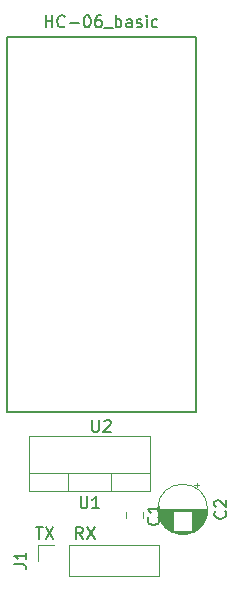
<source format=gbr>
G04 #@! TF.GenerationSoftware,KiCad,Pcbnew,(5.1.0)-1*
G04 #@! TF.CreationDate,2019-04-05T23:42:48+02:00*
G04 #@! TF.ProjectId,BT_module,42545f6d-6f64-4756-9c65-2e6b69636164,rev?*
G04 #@! TF.SameCoordinates,Original*
G04 #@! TF.FileFunction,Legend,Top*
G04 #@! TF.FilePolarity,Positive*
%FSLAX46Y46*%
G04 Gerber Fmt 4.6, Leading zero omitted, Abs format (unit mm)*
G04 Created by KiCad (PCBNEW (5.1.0)-1) date 2019-04-05 23:42:48*
%MOMM*%
%LPD*%
G04 APERTURE LIST*
%ADD10C,0.150000*%
%ADD11C,0.120000*%
%ADD12C,0.200000*%
G04 APERTURE END LIST*
D10*
X124754000Y-94956380D02*
X125325428Y-94956380D01*
X125039714Y-95956380D02*
X125039714Y-94956380D01*
X125563523Y-94956380D02*
X126230190Y-95956380D01*
X126230190Y-94956380D02*
X125563523Y-95956380D01*
X128706380Y-95956380D02*
X128373047Y-95480190D01*
X128134952Y-95956380D02*
X128134952Y-94956380D01*
X128515904Y-94956380D01*
X128611142Y-95004000D01*
X128658761Y-95051619D01*
X128706380Y-95146857D01*
X128706380Y-95289714D01*
X128658761Y-95384952D01*
X128611142Y-95432571D01*
X128515904Y-95480190D01*
X128134952Y-95480190D01*
X129039714Y-94956380D02*
X129706380Y-95956380D01*
X129706380Y-94956380D02*
X129039714Y-95956380D01*
D11*
X133806000Y-93709748D02*
X133806000Y-94232252D01*
X132386000Y-93709748D02*
X132386000Y-94232252D01*
X139280000Y-93456000D02*
G75*
G03X139280000Y-93456000I-2120000J0D01*
G01*
X139240000Y-93456000D02*
X135080000Y-93456000D01*
X139240000Y-93496000D02*
X135080000Y-93496000D01*
X139239000Y-93536000D02*
X135081000Y-93536000D01*
X139237000Y-93576000D02*
X135083000Y-93576000D01*
X139234000Y-93616000D02*
X135086000Y-93616000D01*
X139231000Y-93656000D02*
X138000000Y-93656000D01*
X136320000Y-93656000D02*
X135089000Y-93656000D01*
X139227000Y-93696000D02*
X138000000Y-93696000D01*
X136320000Y-93696000D02*
X135093000Y-93696000D01*
X139222000Y-93736000D02*
X138000000Y-93736000D01*
X136320000Y-93736000D02*
X135098000Y-93736000D01*
X139216000Y-93776000D02*
X138000000Y-93776000D01*
X136320000Y-93776000D02*
X135104000Y-93776000D01*
X139210000Y-93816000D02*
X138000000Y-93816000D01*
X136320000Y-93816000D02*
X135110000Y-93816000D01*
X139202000Y-93856000D02*
X138000000Y-93856000D01*
X136320000Y-93856000D02*
X135118000Y-93856000D01*
X139194000Y-93896000D02*
X138000000Y-93896000D01*
X136320000Y-93896000D02*
X135126000Y-93896000D01*
X139185000Y-93936000D02*
X138000000Y-93936000D01*
X136320000Y-93936000D02*
X135135000Y-93936000D01*
X139176000Y-93976000D02*
X138000000Y-93976000D01*
X136320000Y-93976000D02*
X135144000Y-93976000D01*
X139165000Y-94016000D02*
X138000000Y-94016000D01*
X136320000Y-94016000D02*
X135155000Y-94016000D01*
X139154000Y-94056000D02*
X138000000Y-94056000D01*
X136320000Y-94056000D02*
X135166000Y-94056000D01*
X139142000Y-94096000D02*
X138000000Y-94096000D01*
X136320000Y-94096000D02*
X135178000Y-94096000D01*
X139128000Y-94136000D02*
X138000000Y-94136000D01*
X136320000Y-94136000D02*
X135192000Y-94136000D01*
X139114000Y-94177000D02*
X138000000Y-94177000D01*
X136320000Y-94177000D02*
X135206000Y-94177000D01*
X139100000Y-94217000D02*
X138000000Y-94217000D01*
X136320000Y-94217000D02*
X135220000Y-94217000D01*
X139084000Y-94257000D02*
X138000000Y-94257000D01*
X136320000Y-94257000D02*
X135236000Y-94257000D01*
X139067000Y-94297000D02*
X138000000Y-94297000D01*
X136320000Y-94297000D02*
X135253000Y-94297000D01*
X139049000Y-94337000D02*
X138000000Y-94337000D01*
X136320000Y-94337000D02*
X135271000Y-94337000D01*
X139030000Y-94377000D02*
X138000000Y-94377000D01*
X136320000Y-94377000D02*
X135290000Y-94377000D01*
X139011000Y-94417000D02*
X138000000Y-94417000D01*
X136320000Y-94417000D02*
X135309000Y-94417000D01*
X138990000Y-94457000D02*
X138000000Y-94457000D01*
X136320000Y-94457000D02*
X135330000Y-94457000D01*
X138968000Y-94497000D02*
X138000000Y-94497000D01*
X136320000Y-94497000D02*
X135352000Y-94497000D01*
X138945000Y-94537000D02*
X138000000Y-94537000D01*
X136320000Y-94537000D02*
X135375000Y-94537000D01*
X138920000Y-94577000D02*
X138000000Y-94577000D01*
X136320000Y-94577000D02*
X135400000Y-94577000D01*
X138895000Y-94617000D02*
X138000000Y-94617000D01*
X136320000Y-94617000D02*
X135425000Y-94617000D01*
X138868000Y-94657000D02*
X138000000Y-94657000D01*
X136320000Y-94657000D02*
X135452000Y-94657000D01*
X138840000Y-94697000D02*
X138000000Y-94697000D01*
X136320000Y-94697000D02*
X135480000Y-94697000D01*
X138810000Y-94737000D02*
X138000000Y-94737000D01*
X136320000Y-94737000D02*
X135510000Y-94737000D01*
X138779000Y-94777000D02*
X138000000Y-94777000D01*
X136320000Y-94777000D02*
X135541000Y-94777000D01*
X138747000Y-94817000D02*
X138000000Y-94817000D01*
X136320000Y-94817000D02*
X135573000Y-94817000D01*
X138712000Y-94857000D02*
X138000000Y-94857000D01*
X136320000Y-94857000D02*
X135608000Y-94857000D01*
X138676000Y-94897000D02*
X138000000Y-94897000D01*
X136320000Y-94897000D02*
X135644000Y-94897000D01*
X138638000Y-94937000D02*
X138000000Y-94937000D01*
X136320000Y-94937000D02*
X135682000Y-94937000D01*
X138598000Y-94977000D02*
X138000000Y-94977000D01*
X136320000Y-94977000D02*
X135722000Y-94977000D01*
X138556000Y-95017000D02*
X138000000Y-95017000D01*
X136320000Y-95017000D02*
X135764000Y-95017000D01*
X138511000Y-95057000D02*
X138000000Y-95057000D01*
X136320000Y-95057000D02*
X135809000Y-95057000D01*
X138464000Y-95097000D02*
X138000000Y-95097000D01*
X136320000Y-95097000D02*
X135856000Y-95097000D01*
X138414000Y-95137000D02*
X138000000Y-95137000D01*
X136320000Y-95137000D02*
X135906000Y-95137000D01*
X138360000Y-95177000D02*
X138000000Y-95177000D01*
X136320000Y-95177000D02*
X135960000Y-95177000D01*
X138302000Y-95217000D02*
X138000000Y-95217000D01*
X136320000Y-95217000D02*
X136018000Y-95217000D01*
X138240000Y-95257000D02*
X138000000Y-95257000D01*
X136320000Y-95257000D02*
X136080000Y-95257000D01*
X138173000Y-95297000D02*
X136147000Y-95297000D01*
X138100000Y-95337000D02*
X136220000Y-95337000D01*
X138019000Y-95377000D02*
X136301000Y-95377000D01*
X137928000Y-95417000D02*
X136392000Y-95417000D01*
X137824000Y-95457000D02*
X136496000Y-95457000D01*
X137697000Y-95497000D02*
X136623000Y-95497000D01*
X137530000Y-95537000D02*
X136790000Y-95537000D01*
X138355000Y-91186199D02*
X138355000Y-91586199D01*
X138555000Y-91386199D02*
X138155000Y-91386199D01*
X127508000Y-99120000D02*
X127508000Y-96460000D01*
X127508000Y-99120000D02*
X135188000Y-99120000D01*
X135188000Y-99120000D02*
X135188000Y-96460000D01*
X127508000Y-96460000D02*
X135188000Y-96460000D01*
X124908000Y-96460000D02*
X126238000Y-96460000D01*
X124908000Y-97790000D02*
X124908000Y-96460000D01*
X134406000Y-91916000D02*
X124166000Y-91916000D01*
X134406000Y-87275000D02*
X124166000Y-87275000D01*
X134406000Y-91916000D02*
X134406000Y-87275000D01*
X124166000Y-91916000D02*
X124166000Y-87275000D01*
X134406000Y-90406000D02*
X124166000Y-90406000D01*
X131136000Y-91916000D02*
X131136000Y-90406000D01*
X127435000Y-91916000D02*
X127435000Y-90406000D01*
D12*
X138274001Y-85190001D02*
X122274001Y-85190001D01*
X138274001Y-53440001D02*
X138274001Y-85190001D01*
X122274001Y-53440001D02*
X138274001Y-53440001D01*
X122274001Y-85190001D02*
X122274001Y-53440001D01*
D10*
X135103142Y-94137666D02*
X135150761Y-94185285D01*
X135198380Y-94328142D01*
X135198380Y-94423380D01*
X135150761Y-94566238D01*
X135055523Y-94661476D01*
X134960285Y-94709095D01*
X134769809Y-94756714D01*
X134626952Y-94756714D01*
X134436476Y-94709095D01*
X134341238Y-94661476D01*
X134246000Y-94566238D01*
X134198380Y-94423380D01*
X134198380Y-94328142D01*
X134246000Y-94185285D01*
X134293619Y-94137666D01*
X135198380Y-93185285D02*
X135198380Y-93756714D01*
X135198380Y-93471000D02*
X134198380Y-93471000D01*
X134341238Y-93566238D01*
X134436476Y-93661476D01*
X134484095Y-93756714D01*
X140767142Y-93622666D02*
X140814761Y-93670285D01*
X140862380Y-93813142D01*
X140862380Y-93908380D01*
X140814761Y-94051238D01*
X140719523Y-94146476D01*
X140624285Y-94194095D01*
X140433809Y-94241714D01*
X140290952Y-94241714D01*
X140100476Y-94194095D01*
X140005238Y-94146476D01*
X139910000Y-94051238D01*
X139862380Y-93908380D01*
X139862380Y-93813142D01*
X139910000Y-93670285D01*
X139957619Y-93622666D01*
X139957619Y-93241714D02*
X139910000Y-93194095D01*
X139862380Y-93098857D01*
X139862380Y-92860761D01*
X139910000Y-92765523D01*
X139957619Y-92717904D01*
X140052857Y-92670285D01*
X140148095Y-92670285D01*
X140290952Y-92717904D01*
X140862380Y-93289333D01*
X140862380Y-92670285D01*
X122920380Y-98123333D02*
X123634666Y-98123333D01*
X123777523Y-98170952D01*
X123872761Y-98266190D01*
X123920380Y-98409047D01*
X123920380Y-98504285D01*
X123920380Y-97123333D02*
X123920380Y-97694761D01*
X123920380Y-97409047D02*
X122920380Y-97409047D01*
X123063238Y-97504285D01*
X123158476Y-97599523D01*
X123206095Y-97694761D01*
X128524095Y-92368380D02*
X128524095Y-93177904D01*
X128571714Y-93273142D01*
X128619333Y-93320761D01*
X128714571Y-93368380D01*
X128905047Y-93368380D01*
X129000285Y-93320761D01*
X129047904Y-93273142D01*
X129095523Y-93177904D01*
X129095523Y-92368380D01*
X130095523Y-93368380D02*
X129524095Y-93368380D01*
X129809809Y-93368380D02*
X129809809Y-92368380D01*
X129714571Y-92511238D01*
X129619333Y-92606476D01*
X129524095Y-92654095D01*
D12*
X129512096Y-85892381D02*
X129512096Y-86701905D01*
X129559715Y-86797143D01*
X129607334Y-86844762D01*
X129702572Y-86892381D01*
X129893048Y-86892381D01*
X129988286Y-86844762D01*
X130035905Y-86797143D01*
X130083524Y-86701905D01*
X130083524Y-85892381D01*
X130512096Y-85987620D02*
X130559715Y-85940001D01*
X130654953Y-85892381D01*
X130893048Y-85892381D01*
X130988286Y-85940001D01*
X131035905Y-85987620D01*
X131083524Y-86082858D01*
X131083524Y-86178096D01*
X131035905Y-86320953D01*
X130464477Y-86892381D01*
X131083524Y-86892381D01*
X125559715Y-52642381D02*
X125559715Y-51642381D01*
X125559715Y-52118572D02*
X126131143Y-52118572D01*
X126131143Y-52642381D02*
X126131143Y-51642381D01*
X127178762Y-52547143D02*
X127131143Y-52594762D01*
X126988286Y-52642381D01*
X126893048Y-52642381D01*
X126750191Y-52594762D01*
X126654953Y-52499524D01*
X126607334Y-52404286D01*
X126559715Y-52213810D01*
X126559715Y-52070953D01*
X126607334Y-51880477D01*
X126654953Y-51785239D01*
X126750191Y-51690001D01*
X126893048Y-51642381D01*
X126988286Y-51642381D01*
X127131143Y-51690001D01*
X127178762Y-51737620D01*
X127607334Y-52261429D02*
X128369239Y-52261429D01*
X129035905Y-51642381D02*
X129131143Y-51642381D01*
X129226381Y-51690001D01*
X129274001Y-51737620D01*
X129321620Y-51832858D01*
X129369239Y-52023334D01*
X129369239Y-52261429D01*
X129321620Y-52451905D01*
X129274001Y-52547143D01*
X129226381Y-52594762D01*
X129131143Y-52642381D01*
X129035905Y-52642381D01*
X128940667Y-52594762D01*
X128893048Y-52547143D01*
X128845429Y-52451905D01*
X128797810Y-52261429D01*
X128797810Y-52023334D01*
X128845429Y-51832858D01*
X128893048Y-51737620D01*
X128940667Y-51690001D01*
X129035905Y-51642381D01*
X130226381Y-51642381D02*
X130035905Y-51642381D01*
X129940667Y-51690001D01*
X129893048Y-51737620D01*
X129797810Y-51880477D01*
X129750191Y-52070953D01*
X129750191Y-52451905D01*
X129797810Y-52547143D01*
X129845429Y-52594762D01*
X129940667Y-52642381D01*
X130131143Y-52642381D01*
X130226381Y-52594762D01*
X130274001Y-52547143D01*
X130321620Y-52451905D01*
X130321620Y-52213810D01*
X130274001Y-52118572D01*
X130226381Y-52070953D01*
X130131143Y-52023334D01*
X129940667Y-52023334D01*
X129845429Y-52070953D01*
X129797810Y-52118572D01*
X129750191Y-52213810D01*
X130512096Y-52737620D02*
X131274001Y-52737620D01*
X131512096Y-52642381D02*
X131512096Y-51642381D01*
X131512096Y-52023334D02*
X131607334Y-51975715D01*
X131797810Y-51975715D01*
X131893048Y-52023334D01*
X131940667Y-52070953D01*
X131988286Y-52166191D01*
X131988286Y-52451905D01*
X131940667Y-52547143D01*
X131893048Y-52594762D01*
X131797810Y-52642381D01*
X131607334Y-52642381D01*
X131512096Y-52594762D01*
X132845429Y-52642381D02*
X132845429Y-52118572D01*
X132797810Y-52023334D01*
X132702572Y-51975715D01*
X132512096Y-51975715D01*
X132416858Y-52023334D01*
X132845429Y-52594762D02*
X132750191Y-52642381D01*
X132512096Y-52642381D01*
X132416858Y-52594762D01*
X132369239Y-52499524D01*
X132369239Y-52404286D01*
X132416858Y-52309048D01*
X132512096Y-52261429D01*
X132750191Y-52261429D01*
X132845429Y-52213810D01*
X133274001Y-52594762D02*
X133369239Y-52642381D01*
X133559715Y-52642381D01*
X133654953Y-52594762D01*
X133702572Y-52499524D01*
X133702572Y-52451905D01*
X133654953Y-52356667D01*
X133559715Y-52309048D01*
X133416858Y-52309048D01*
X133321620Y-52261429D01*
X133274001Y-52166191D01*
X133274001Y-52118572D01*
X133321620Y-52023334D01*
X133416858Y-51975715D01*
X133559715Y-51975715D01*
X133654953Y-52023334D01*
X134131143Y-52642381D02*
X134131143Y-51975715D01*
X134131143Y-51642381D02*
X134083524Y-51690001D01*
X134131143Y-51737620D01*
X134178762Y-51690001D01*
X134131143Y-51642381D01*
X134131143Y-51737620D01*
X135035905Y-52594762D02*
X134940667Y-52642381D01*
X134750191Y-52642381D01*
X134654953Y-52594762D01*
X134607334Y-52547143D01*
X134559715Y-52451905D01*
X134559715Y-52166191D01*
X134607334Y-52070953D01*
X134654953Y-52023334D01*
X134750191Y-51975715D01*
X134940667Y-51975715D01*
X135035905Y-52023334D01*
M02*

</source>
